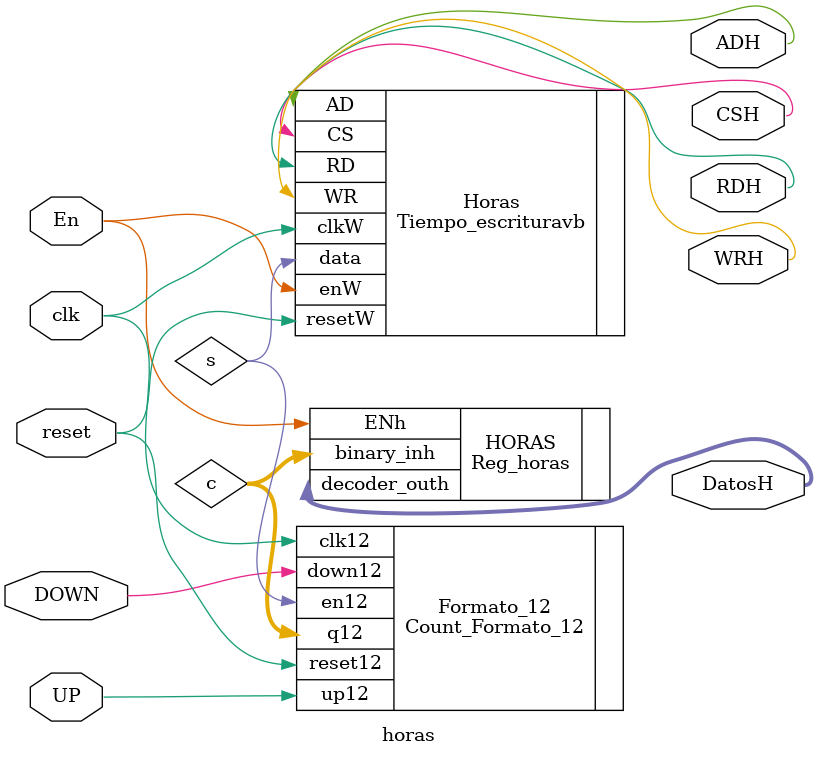
<source format=v>
`timescale 1ns / 1ps
module horas(
    input En, 
    input UP, 
    input DOWN, 
    input clk, 
    input reset, 
    output [7:0] DatosH, 
    output CSH, 
    output ADH, 
    output RDH, 
    output WRH
    );


wire [3:0] c;
wire s;

Count_Formato_12 Formato_12 (
    .clk12(clk), 
    .reset12(reset), 
    .en12(s), 
    .up12(UP), 
    .down12(DOWN), 
    .q12(c)
    );
	 /*
Count_Formato_24 formato_24 (
    .clk24(clk24), 
    .reset24(reset24), 
    .en24(en24), 
    .up24(up24), 
    .down24(down24), 
    .q24(q24)
    );*/
	 
	 Tiempo_escrituravb Horas (
    .clkW(clk), 
    .enW(En), 
    .resetW(reset), 
    .CS(CSH), 
    .RD(RDH), 
    .WR(WRH), 
    .data(s), 
    .AD(ADH)
    );

Reg_horas HORAS (
    .binary_inh(c), 
    .decoder_outh(DatosH), 
    .ENh(En) 
    
    );
	 


endmodule

</source>
